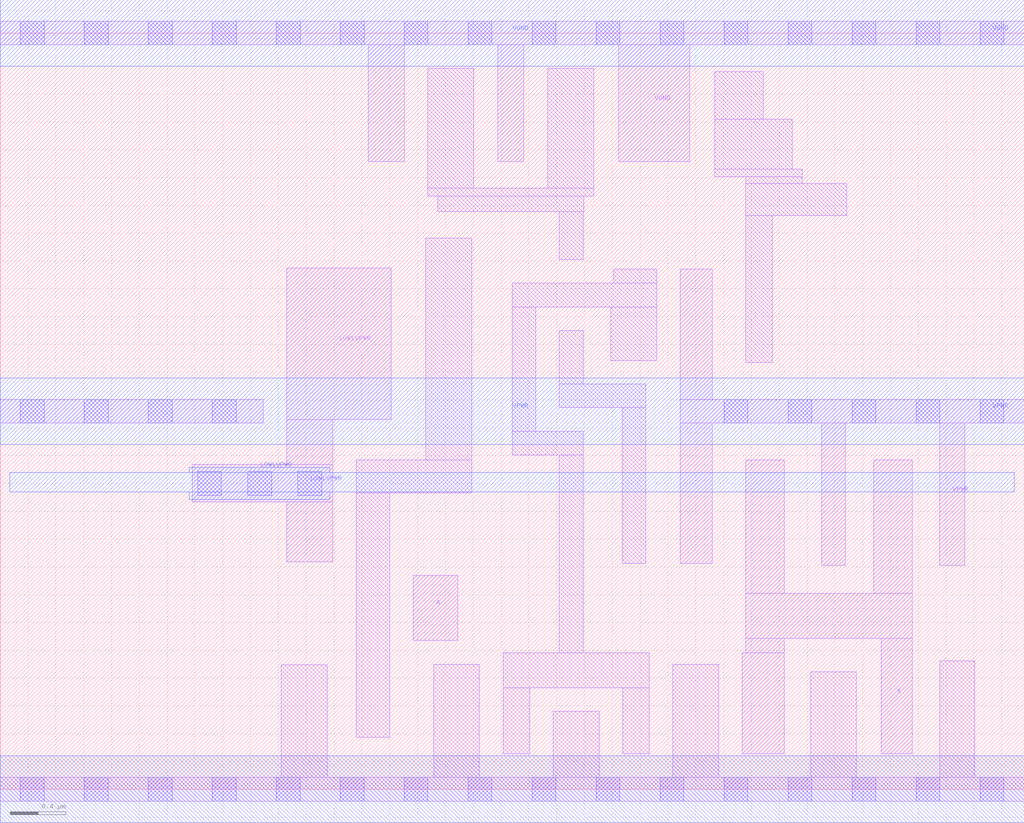
<source format=lef>
# Copyright 2020 The SkyWater PDK Authors
#
# Licensed under the Apache License, Version 2.0 (the "License");
# you may not use this file except in compliance with the License.
# You may obtain a copy of the License at
#
#     https://www.apache.org/licenses/LICENSE-2.0
#
# Unless required by applicable law or agreed to in writing, software
# distributed under the License is distributed on an "AS IS" BASIS,
# WITHOUT WARRANTIES OR CONDITIONS OF ANY KIND, either express or implied.
# See the License for the specific language governing permissions and
# limitations under the License.
#
# SPDX-License-Identifier: Apache-2.0

VERSION 5.7 ;
  NAMESCASESENSITIVE ON ;
  NOWIREEXTENSIONATPIN ON ;
  DIVIDERCHAR "/" ;
  BUSBITCHARS "[]" ;
UNITS
  DATABASE MICRONS 200 ;
END UNITS
MACRO sky130_fd_sc_hd__lpflow_lsbuf_lh_isowell_4
  CLASS CORE ;
  SOURCE USER ;
  FOREIGN sky130_fd_sc_hd__lpflow_lsbuf_lh_isowell_4 ;
  ORIGIN  0.000000  0.000000 ;
  SIZE  7.360000 BY  5.440000 ;
  SYMMETRY X Y R90 ;
  SITE unithd ;
  PIN A
    ANTENNAGATEAREA  0.603000 ;
    DIRECTION INPUT ;
    USE SIGNAL ;
    PORT
      LAYER li1 ;
        RECT 2.970000 1.070000 3.290000 1.540000 ;
    END
  END A
  PIN X
    ANTENNADIFFAREA  1.072500 ;
    DIRECTION OUTPUT ;
    USE SIGNAL ;
    PORT
      LAYER li1 ;
        RECT 5.335000 0.255000 5.635000 0.980000 ;
        RECT 5.360000 0.980000 5.635000 1.085000 ;
        RECT 5.360000 1.085000 6.555000 1.410000 ;
        RECT 5.360000 1.410000 5.635000 2.370000 ;
        RECT 6.280000 1.410000 6.555000 2.370000 ;
        RECT 6.335000 0.255000 6.555000 1.085000 ;
    END
  END X
  PIN LOWLVPWR
    DIRECTION INOUT ;
    SHAPE ABUTMENT ;
    USE POWER ;
    PORT
      LAYER li1 ;
        RECT 1.380000 2.065000 2.390000 2.335000 ;
        RECT 2.060000 1.635000 2.390000 2.065000 ;
        RECT 2.060000 2.335000 2.390000 2.660000 ;
        RECT 2.060000 2.660000 2.810000 3.750000 ;
      LAYER mcon ;
        RECT 1.420000 2.115000 1.590000 2.285000 ;
        RECT 1.780000 2.115000 1.950000 2.285000 ;
        RECT 2.140000 2.115000 2.310000 2.285000 ;
      LAYER met1 ;
        RECT 0.070000 2.140000 7.290000 2.280000 ;
        RECT 1.360000 2.085000 2.370000 2.140000 ;
        RECT 1.360000 2.280000 2.370000 2.315000 ;
    END
  END LOWLVPWR
  PIN VGND
    DIRECTION INOUT ;
    SHAPE ABUTMENT ;
    USE GROUND ;
    PORT
      LAYER li1 ;
        RECT 0.000000 5.355000 7.360000 5.525000 ;
        RECT 2.645000 4.515000 2.905000 5.355000 ;
        RECT 3.575000 4.515000 3.765000 5.355000 ;
        RECT 4.445000 4.515000 4.955000 5.355000 ;
      LAYER mcon ;
        RECT 0.145000 5.355000 0.315000 5.525000 ;
        RECT 0.605000 5.355000 0.775000 5.525000 ;
        RECT 1.065000 5.355000 1.235000 5.525000 ;
        RECT 1.525000 5.355000 1.695000 5.525000 ;
        RECT 1.985000 5.355000 2.155000 5.525000 ;
        RECT 2.445000 5.355000 2.615000 5.525000 ;
        RECT 2.905000 5.355000 3.075000 5.525000 ;
        RECT 3.365000 5.355000 3.535000 5.525000 ;
        RECT 3.825000 5.355000 3.995000 5.525000 ;
        RECT 4.285000 5.355000 4.455000 5.525000 ;
        RECT 4.745000 5.355000 4.915000 5.525000 ;
        RECT 5.205000 5.355000 5.375000 5.525000 ;
        RECT 5.665000 5.355000 5.835000 5.525000 ;
        RECT 6.125000 5.355000 6.295000 5.525000 ;
        RECT 6.585000 5.355000 6.755000 5.525000 ;
        RECT 7.045000 5.355000 7.215000 5.525000 ;
      LAYER met1 ;
        RECT 0.000000 5.200000 7.360000 5.680000 ;
    END
  END VGND
  PIN VPWR
    DIRECTION INOUT ;
    SHAPE ABUTMENT ;
    USE POWER ;
    PORT
      LAYER li1 ;
        RECT 0.000000 2.635000 1.890000 2.805000 ;
        RECT 4.890000 1.625000 5.120000 2.635000 ;
        RECT 4.890000 2.635000 7.360000 2.805000 ;
        RECT 4.890000 2.805000 5.120000 3.740000 ;
        RECT 5.905000 1.610000 6.075000 2.635000 ;
        RECT 6.755000 1.610000 6.935000 2.635000 ;
      LAYER mcon ;
        RECT 0.145000 2.635000 0.315000 2.805000 ;
        RECT 0.605000 2.635000 0.775000 2.805000 ;
        RECT 1.065000 2.635000 1.235000 2.805000 ;
        RECT 1.525000 2.635000 1.695000 2.805000 ;
        RECT 5.205000 2.635000 5.375000 2.805000 ;
        RECT 5.665000 2.635000 5.835000 2.805000 ;
        RECT 6.125000 2.635000 6.295000 2.805000 ;
        RECT 6.585000 2.635000 6.755000 2.805000 ;
        RECT 7.045000 2.635000 7.215000 2.805000 ;
      LAYER met1 ;
        RECT 0.000000 2.480000 7.360000 2.960000 ;
    END
  END VPWR
  OBS
    LAYER li1 ;
      RECT 0.000000 -0.085000 7.360000 0.085000 ;
      RECT 2.020000  0.085000 2.350000 0.895000 ;
      RECT 2.560000  0.375000 2.800000 2.130000 ;
      RECT 2.560000  2.130000 3.390000 2.370000 ;
      RECT 3.060000  2.370000 3.390000 3.965000 ;
      RECT 3.075000  4.265000 4.265000 4.325000 ;
      RECT 3.075000  4.325000 3.405000 5.185000 ;
      RECT 3.115000  0.085000 3.445000 0.900000 ;
      RECT 3.145000  4.155000 4.195000 4.265000 ;
      RECT 3.615000  0.255000 3.805000 0.730000 ;
      RECT 3.615000  0.730000 4.665000 0.980000 ;
      RECT 3.680000  2.405000 4.190000 2.575000 ;
      RECT 3.680000  2.575000 3.850000 3.470000 ;
      RECT 3.680000  3.470000 4.720000 3.640000 ;
      RECT 3.935000  4.325000 4.265000 5.185000 ;
      RECT 3.975000  0.085000 4.305000 0.560000 ;
      RECT 4.020000  0.980000 4.190000 2.405000 ;
      RECT 4.020000  2.745000 4.640000 2.915000 ;
      RECT 4.020000  2.915000 4.190000 3.300000 ;
      RECT 4.020000  3.810000 4.190000 4.155000 ;
      RECT 4.390000  3.085000 4.720000 3.470000 ;
      RECT 4.410000  3.640000 4.720000 3.740000 ;
      RECT 4.470000  1.625000 4.640000 2.745000 ;
      RECT 4.475000  0.255000 4.665000 0.730000 ;
      RECT 4.835000  0.085000 5.165000 0.900000 ;
      RECT 5.135000  4.405000 5.765000 4.460000 ;
      RECT 5.135000  4.460000 5.695000 4.820000 ;
      RECT 5.135000  4.820000 5.485000 5.160000 ;
      RECT 5.360000  3.070000 5.550000 4.125000 ;
      RECT 5.360000  4.125000 6.085000 4.355000 ;
      RECT 5.360000  4.355000 5.765000 4.405000 ;
      RECT 5.825000  0.085000 6.155000 0.845000 ;
      RECT 6.755000  0.085000 7.005000 0.925000 ;
    LAYER mcon ;
      RECT 0.145000 -0.085000 0.315000 0.085000 ;
      RECT 0.605000 -0.085000 0.775000 0.085000 ;
      RECT 1.065000 -0.085000 1.235000 0.085000 ;
      RECT 1.525000 -0.085000 1.695000 0.085000 ;
      RECT 1.985000 -0.085000 2.155000 0.085000 ;
      RECT 2.445000 -0.085000 2.615000 0.085000 ;
      RECT 2.905000 -0.085000 3.075000 0.085000 ;
      RECT 3.365000 -0.085000 3.535000 0.085000 ;
      RECT 3.825000 -0.085000 3.995000 0.085000 ;
      RECT 4.285000 -0.085000 4.455000 0.085000 ;
      RECT 4.745000 -0.085000 4.915000 0.085000 ;
      RECT 5.205000 -0.085000 5.375000 0.085000 ;
      RECT 5.665000 -0.085000 5.835000 0.085000 ;
      RECT 6.125000 -0.085000 6.295000 0.085000 ;
      RECT 6.585000 -0.085000 6.755000 0.085000 ;
      RECT 7.045000 -0.085000 7.215000 0.085000 ;
    LAYER met1 ;
      RECT 0.000000 -0.240000 7.360000 0.240000 ;
  END
END sky130_fd_sc_hd__lpflow_lsbuf_lh_isowell_4
END LIBRARY

</source>
